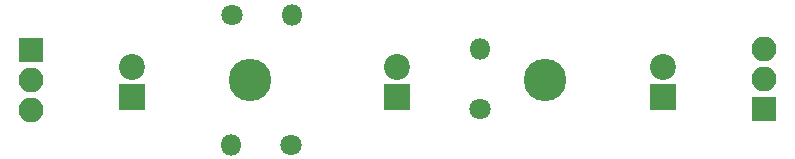
<source format=gbr>
G04 #@! TF.FileFunction,Soldermask,Bot*
%FSLAX46Y46*%
G04 Gerber Fmt 4.6, Leading zero omitted, Abs format (unit mm)*
G04 Created by KiCad (PCBNEW 4.0.4-stable) date 03/07/20 13:15:27*
%MOMM*%
%LPD*%
G01*
G04 APERTURE LIST*
%ADD10C,0.100000*%
%ADD11R,2.200000X2.200000*%
%ADD12C,2.200000*%
%ADD13C,1.800000*%
%ADD14O,1.800000X1.800000*%
%ADD15R,2.100000X2.100000*%
%ADD16O,2.100000X2.100000*%
%ADD17C,3.600000*%
G04 APERTURE END LIST*
D10*
D11*
X146000000Y-79000000D03*
D12*
X146000000Y-76460000D03*
D11*
X168500000Y-79000000D03*
D12*
X168500000Y-76460000D03*
D11*
X123500000Y-79000000D03*
D12*
X123500000Y-76460000D03*
D13*
X132000000Y-72000000D03*
D14*
X137080000Y-72000000D03*
D13*
X153000000Y-80000000D03*
D14*
X153000000Y-74920000D03*
D13*
X137000000Y-83000000D03*
D14*
X131920000Y-83000000D03*
D15*
X115000000Y-75000000D03*
D16*
X115000000Y-77540000D03*
X115000000Y-80080000D03*
D15*
X177000000Y-80000000D03*
D16*
X177000000Y-77460000D03*
X177000000Y-74920000D03*
D17*
X133500000Y-77500000D03*
X158500000Y-77500000D03*
M02*

</source>
